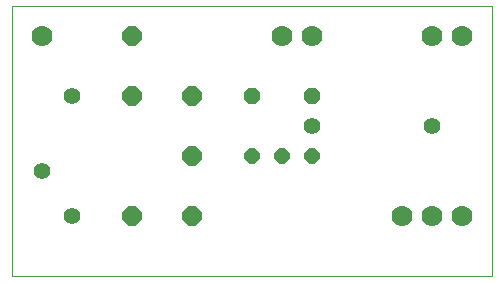
<source format=gtl>
G75*
%MOIN*%
%OFA0B0*%
%FSLAX25Y25*%
%IPPOS*%
%LPD*%
%AMOC8*
5,1,8,0,0,1.08239X$1,22.5*
%
%ADD10C,0.00000*%
%ADD11C,0.07000*%
%ADD12OC8,0.06496*%
%ADD13C,0.05543*%
%ADD14OC8,0.05150*%
%ADD15OC8,0.05200*%
D10*
X0001000Y0021000D02*
X0001000Y0111000D01*
X0161000Y0111000D01*
X0161000Y0021000D01*
X0001000Y0021000D01*
D11*
X0011000Y0101000D03*
X0091000Y0101000D03*
X0101000Y0101000D03*
X0141000Y0101000D03*
X0151000Y0101000D03*
X0151000Y0041000D03*
X0141000Y0041000D03*
X0131000Y0041000D03*
D12*
X0061000Y0041000D03*
X0041000Y0041000D03*
X0061000Y0061000D03*
X0061000Y0081000D03*
X0041000Y0081000D03*
X0041000Y0101000D03*
D13*
X0021000Y0081000D03*
X0011000Y0056000D03*
X0021000Y0041000D03*
X0101000Y0071000D03*
X0141000Y0071000D03*
D14*
X0101000Y0061000D03*
X0091000Y0061000D03*
X0081000Y0061000D03*
D15*
X0081000Y0081000D03*
X0101000Y0081000D03*
M02*

</source>
